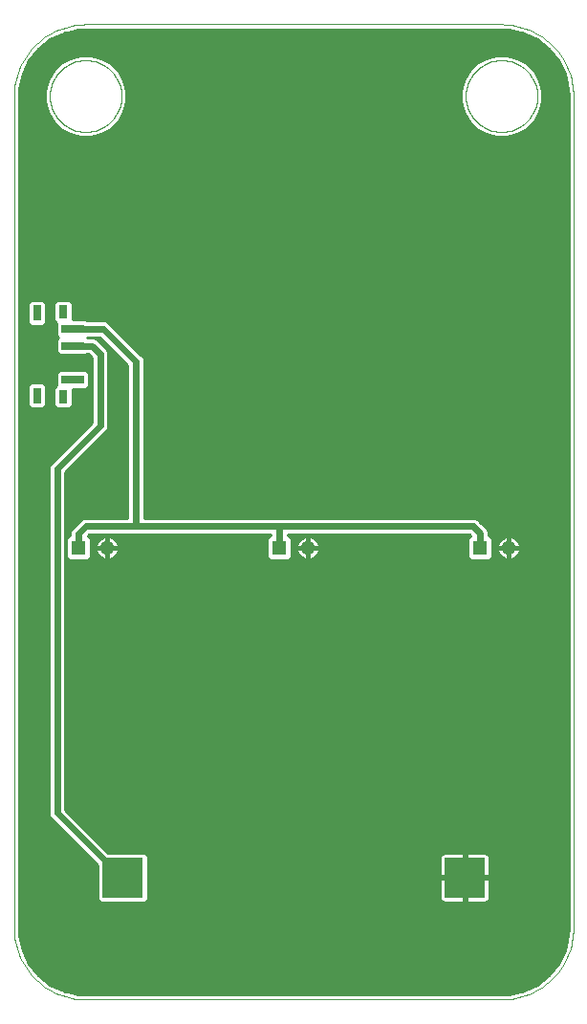
<source format=gbl>
G75*
G70*
%OFA0B0*%
%FSLAX24Y24*%
%IPPOS*%
%LPD*%
%AMOC8*
5,1,8,0,0,1.08239X$1,22.5*
%
%ADD10C,0.0000*%
%ADD11R,0.0787X0.0315*%
%ADD12R,0.0315X0.0472*%
%ADD13R,0.0315X0.0551*%
%ADD14R,0.1417X0.1417*%
%ADD15R,0.0515X0.0515*%
%ADD16C,0.0515*%
%ADD17C,0.0240*%
%ADD18C,0.0100*%
D10*
X000655Y003155D02*
X000655Y032155D01*
X001905Y032155D02*
X001907Y032225D01*
X001913Y032295D01*
X001923Y032364D01*
X001936Y032433D01*
X001954Y032501D01*
X001975Y032568D01*
X002000Y032633D01*
X002029Y032697D01*
X002061Y032760D01*
X002097Y032820D01*
X002136Y032878D01*
X002178Y032934D01*
X002223Y032988D01*
X002271Y033039D01*
X002322Y033087D01*
X002376Y033132D01*
X002432Y033174D01*
X002490Y033213D01*
X002550Y033249D01*
X002613Y033281D01*
X002677Y033310D01*
X002742Y033335D01*
X002809Y033356D01*
X002877Y033374D01*
X002946Y033387D01*
X003015Y033397D01*
X003085Y033403D01*
X003155Y033405D01*
X003225Y033403D01*
X003295Y033397D01*
X003364Y033387D01*
X003433Y033374D01*
X003501Y033356D01*
X003568Y033335D01*
X003633Y033310D01*
X003697Y033281D01*
X003760Y033249D01*
X003820Y033213D01*
X003878Y033174D01*
X003934Y033132D01*
X003988Y033087D01*
X004039Y033039D01*
X004087Y032988D01*
X004132Y032934D01*
X004174Y032878D01*
X004213Y032820D01*
X004249Y032760D01*
X004281Y032697D01*
X004310Y032633D01*
X004335Y032568D01*
X004356Y032501D01*
X004374Y032433D01*
X004387Y032364D01*
X004397Y032295D01*
X004403Y032225D01*
X004405Y032155D01*
X004403Y032085D01*
X004397Y032015D01*
X004387Y031946D01*
X004374Y031877D01*
X004356Y031809D01*
X004335Y031742D01*
X004310Y031677D01*
X004281Y031613D01*
X004249Y031550D01*
X004213Y031490D01*
X004174Y031432D01*
X004132Y031376D01*
X004087Y031322D01*
X004039Y031271D01*
X003988Y031223D01*
X003934Y031178D01*
X003878Y031136D01*
X003820Y031097D01*
X003760Y031061D01*
X003697Y031029D01*
X003633Y031000D01*
X003568Y030975D01*
X003501Y030954D01*
X003433Y030936D01*
X003364Y030923D01*
X003295Y030913D01*
X003225Y030907D01*
X003155Y030905D01*
X003085Y030907D01*
X003015Y030913D01*
X002946Y030923D01*
X002877Y030936D01*
X002809Y030954D01*
X002742Y030975D01*
X002677Y031000D01*
X002613Y031029D01*
X002550Y031061D01*
X002490Y031097D01*
X002432Y031136D01*
X002376Y031178D01*
X002322Y031223D01*
X002271Y031271D01*
X002223Y031322D01*
X002178Y031376D01*
X002136Y031432D01*
X002097Y031490D01*
X002061Y031550D01*
X002029Y031613D01*
X002000Y031677D01*
X001975Y031742D01*
X001954Y031809D01*
X001936Y031877D01*
X001923Y031946D01*
X001913Y032015D01*
X001907Y032085D01*
X001905Y032155D01*
X000655Y032155D02*
X000658Y032274D01*
X000666Y032393D01*
X000680Y032511D01*
X000700Y032628D01*
X000725Y032744D01*
X000756Y032859D01*
X000792Y032973D01*
X000834Y033084D01*
X000881Y033194D01*
X000933Y033301D01*
X000990Y033405D01*
X001052Y033507D01*
X001119Y033605D01*
X001190Y033700D01*
X001266Y033792D01*
X001346Y033880D01*
X001430Y033964D01*
X001518Y034044D01*
X001610Y034120D01*
X001705Y034191D01*
X001803Y034258D01*
X001905Y034320D01*
X002009Y034377D01*
X002116Y034429D01*
X002226Y034476D01*
X002337Y034518D01*
X002451Y034554D01*
X002566Y034585D01*
X002682Y034610D01*
X002799Y034630D01*
X002917Y034644D01*
X003036Y034652D01*
X003155Y034655D01*
X017655Y034655D01*
X016405Y032155D02*
X016407Y032225D01*
X016413Y032295D01*
X016423Y032364D01*
X016436Y032433D01*
X016454Y032501D01*
X016475Y032568D01*
X016500Y032633D01*
X016529Y032697D01*
X016561Y032760D01*
X016597Y032820D01*
X016636Y032878D01*
X016678Y032934D01*
X016723Y032988D01*
X016771Y033039D01*
X016822Y033087D01*
X016876Y033132D01*
X016932Y033174D01*
X016990Y033213D01*
X017050Y033249D01*
X017113Y033281D01*
X017177Y033310D01*
X017242Y033335D01*
X017309Y033356D01*
X017377Y033374D01*
X017446Y033387D01*
X017515Y033397D01*
X017585Y033403D01*
X017655Y033405D01*
X017725Y033403D01*
X017795Y033397D01*
X017864Y033387D01*
X017933Y033374D01*
X018001Y033356D01*
X018068Y033335D01*
X018133Y033310D01*
X018197Y033281D01*
X018260Y033249D01*
X018320Y033213D01*
X018378Y033174D01*
X018434Y033132D01*
X018488Y033087D01*
X018539Y033039D01*
X018587Y032988D01*
X018632Y032934D01*
X018674Y032878D01*
X018713Y032820D01*
X018749Y032760D01*
X018781Y032697D01*
X018810Y032633D01*
X018835Y032568D01*
X018856Y032501D01*
X018874Y032433D01*
X018887Y032364D01*
X018897Y032295D01*
X018903Y032225D01*
X018905Y032155D01*
X018903Y032085D01*
X018897Y032015D01*
X018887Y031946D01*
X018874Y031877D01*
X018856Y031809D01*
X018835Y031742D01*
X018810Y031677D01*
X018781Y031613D01*
X018749Y031550D01*
X018713Y031490D01*
X018674Y031432D01*
X018632Y031376D01*
X018587Y031322D01*
X018539Y031271D01*
X018488Y031223D01*
X018434Y031178D01*
X018378Y031136D01*
X018320Y031097D01*
X018260Y031061D01*
X018197Y031029D01*
X018133Y031000D01*
X018068Y030975D01*
X018001Y030954D01*
X017933Y030936D01*
X017864Y030923D01*
X017795Y030913D01*
X017725Y030907D01*
X017655Y030905D01*
X017585Y030907D01*
X017515Y030913D01*
X017446Y030923D01*
X017377Y030936D01*
X017309Y030954D01*
X017242Y030975D01*
X017177Y031000D01*
X017113Y031029D01*
X017050Y031061D01*
X016990Y031097D01*
X016932Y031136D01*
X016876Y031178D01*
X016822Y031223D01*
X016771Y031271D01*
X016723Y031322D01*
X016678Y031376D01*
X016636Y031432D01*
X016597Y031490D01*
X016561Y031550D01*
X016529Y031613D01*
X016500Y031677D01*
X016475Y031742D01*
X016454Y031809D01*
X016436Y031877D01*
X016423Y031946D01*
X016413Y032015D01*
X016407Y032085D01*
X016405Y032155D01*
X017655Y034655D02*
X017774Y034652D01*
X017893Y034644D01*
X018011Y034630D01*
X018128Y034610D01*
X018244Y034585D01*
X018359Y034554D01*
X018473Y034518D01*
X018584Y034476D01*
X018694Y034429D01*
X018801Y034377D01*
X018905Y034320D01*
X019007Y034258D01*
X019105Y034191D01*
X019200Y034120D01*
X019292Y034044D01*
X019380Y033964D01*
X019464Y033880D01*
X019544Y033792D01*
X019620Y033700D01*
X019691Y033605D01*
X019758Y033507D01*
X019820Y033405D01*
X019877Y033301D01*
X019929Y033194D01*
X019976Y033084D01*
X020018Y032973D01*
X020054Y032859D01*
X020085Y032744D01*
X020110Y032628D01*
X020130Y032511D01*
X020144Y032393D01*
X020152Y032274D01*
X020155Y032155D01*
X020155Y003155D01*
X020152Y003036D01*
X020144Y002917D01*
X020130Y002799D01*
X020110Y002682D01*
X020085Y002566D01*
X020054Y002451D01*
X020018Y002337D01*
X019976Y002226D01*
X019929Y002116D01*
X019877Y002009D01*
X019820Y001905D01*
X019758Y001803D01*
X019691Y001705D01*
X019620Y001610D01*
X019544Y001518D01*
X019464Y001430D01*
X019380Y001346D01*
X019292Y001266D01*
X019200Y001190D01*
X019105Y001119D01*
X019007Y001052D01*
X018905Y000990D01*
X018801Y000933D01*
X018694Y000881D01*
X018584Y000834D01*
X018473Y000792D01*
X018359Y000756D01*
X018244Y000725D01*
X018128Y000700D01*
X018011Y000680D01*
X017893Y000666D01*
X017774Y000658D01*
X017655Y000655D01*
X003155Y000655D01*
X003036Y000658D01*
X002917Y000666D01*
X002799Y000680D01*
X002682Y000700D01*
X002566Y000725D01*
X002451Y000756D01*
X002337Y000792D01*
X002226Y000834D01*
X002116Y000881D01*
X002009Y000933D01*
X001905Y000990D01*
X001803Y001052D01*
X001705Y001119D01*
X001610Y001190D01*
X001518Y001266D01*
X001430Y001346D01*
X001346Y001430D01*
X001266Y001518D01*
X001190Y001610D01*
X001119Y001705D01*
X001052Y001803D01*
X000990Y001905D01*
X000933Y002009D01*
X000881Y002116D01*
X000834Y002226D01*
X000792Y002337D01*
X000756Y002451D01*
X000725Y002566D01*
X000700Y002682D01*
X000680Y002799D01*
X000666Y002917D01*
X000658Y003036D01*
X000655Y003155D01*
D11*
X002693Y022269D03*
X002693Y023450D03*
X002693Y024041D03*
D12*
X002358Y024631D03*
X002358Y021679D03*
D13*
X001452Y021718D03*
X001452Y024592D03*
D14*
X004441Y004905D03*
X016370Y004905D03*
D15*
X016905Y016405D03*
X009905Y016405D03*
X002905Y016405D03*
D16*
X003905Y016405D03*
X010905Y016405D03*
X017905Y016405D03*
D17*
X016905Y016405D02*
X016905Y016905D01*
X016655Y017155D01*
X009905Y017155D01*
X009905Y016405D01*
X009905Y017155D02*
X004905Y017155D01*
X004905Y022905D01*
X003769Y024041D01*
X002693Y024041D01*
X002693Y023450D02*
X003360Y023450D01*
X003655Y023155D01*
X003655Y020655D01*
X002155Y019155D01*
X002155Y007155D01*
X004120Y005191D01*
X004155Y005191D01*
X004441Y004905D01*
X002905Y016405D02*
X002905Y016905D01*
X003155Y017155D01*
X004905Y017155D01*
D18*
X001182Y001915D02*
X001508Y001508D01*
X001915Y001182D01*
X002386Y000956D01*
X002894Y000840D01*
X003155Y000825D01*
X017585Y000825D01*
X017596Y000825D01*
X017655Y000825D01*
X017916Y000840D01*
X018425Y000956D01*
X018895Y001182D01*
X019303Y001507D01*
X019628Y001915D01*
X019854Y002386D01*
X019970Y002894D01*
X019985Y003155D01*
X019985Y032155D01*
X019970Y032416D01*
X019854Y032925D01*
X019628Y033395D01*
X019303Y033803D01*
X018895Y034128D01*
X018425Y034354D01*
X017916Y034470D01*
X017655Y034485D01*
X003226Y034485D01*
X003192Y034485D01*
X003155Y034485D01*
X002894Y034470D01*
X002386Y034354D01*
X001915Y034128D01*
X001508Y033803D01*
X001182Y033395D01*
X000956Y032925D01*
X000840Y032416D01*
X000825Y032155D01*
X000825Y003226D01*
X000825Y003209D01*
X000825Y003155D01*
X000840Y002894D01*
X000956Y002386D01*
X001182Y001915D01*
X001172Y001936D02*
X019638Y001936D01*
X019685Y002035D02*
X001125Y002035D01*
X001077Y002133D02*
X019733Y002133D01*
X019780Y002232D02*
X001030Y002232D01*
X000982Y002330D02*
X019828Y002330D01*
X019864Y002429D02*
X000946Y002429D01*
X000923Y002527D02*
X019887Y002527D01*
X019909Y002626D02*
X000901Y002626D01*
X000878Y002725D02*
X019932Y002725D01*
X019954Y002823D02*
X000856Y002823D01*
X000838Y002922D02*
X019972Y002922D01*
X019978Y003020D02*
X000833Y003020D01*
X000827Y003119D02*
X019983Y003119D01*
X019985Y003217D02*
X000825Y003217D01*
X000825Y003316D02*
X019985Y003316D01*
X019985Y003414D02*
X000825Y003414D01*
X000825Y003513D02*
X019985Y003513D01*
X019985Y003611D02*
X000825Y003611D01*
X000825Y003710D02*
X019985Y003710D01*
X019985Y003809D02*
X000825Y003809D01*
X000825Y003907D02*
X019985Y003907D01*
X019985Y004006D02*
X000825Y004006D01*
X000825Y004104D02*
X003584Y004104D01*
X003562Y004126D02*
X003661Y004026D01*
X005220Y004026D01*
X005319Y004126D01*
X005319Y005684D01*
X005220Y005784D01*
X003937Y005784D01*
X002445Y007275D01*
X002445Y019035D01*
X003901Y020491D01*
X003945Y020597D01*
X003945Y020713D01*
X003945Y023213D01*
X003901Y023319D01*
X003819Y023401D01*
X003524Y023696D01*
X003418Y023740D01*
X003302Y023740D01*
X003194Y023740D01*
X003189Y023746D01*
X003194Y023751D01*
X003649Y023751D01*
X004615Y022785D01*
X004615Y017445D01*
X003097Y017445D01*
X002991Y017401D01*
X002909Y017319D01*
X002659Y017069D01*
X002615Y016963D01*
X002615Y016847D01*
X002615Y016833D01*
X002577Y016833D01*
X002478Y016733D01*
X002478Y016077D01*
X002577Y015978D01*
X003233Y015978D01*
X003333Y016077D01*
X003333Y016733D01*
X003238Y016828D01*
X003275Y016865D01*
X004847Y016865D01*
X004963Y016865D01*
X009615Y016865D01*
X009615Y016833D01*
X009577Y016833D01*
X009478Y016733D01*
X009478Y016077D01*
X009577Y015978D01*
X010233Y015978D01*
X010333Y016077D01*
X010333Y016733D01*
X010233Y016833D01*
X010195Y016833D01*
X010195Y016865D01*
X016535Y016865D01*
X016572Y016828D01*
X016478Y016733D01*
X016478Y016077D01*
X016577Y015978D01*
X017233Y015978D01*
X017333Y016077D01*
X017333Y016733D01*
X017233Y016833D01*
X017195Y016833D01*
X017195Y016847D01*
X017195Y016963D01*
X017151Y017069D01*
X016901Y017319D01*
X016819Y017401D01*
X016713Y017445D01*
X009963Y017445D01*
X009847Y017445D01*
X005195Y017445D01*
X005195Y022963D01*
X005151Y023069D01*
X005069Y023151D01*
X003934Y024287D01*
X003827Y024331D01*
X003712Y024331D01*
X003194Y024331D01*
X003157Y024368D01*
X002685Y024368D01*
X002685Y024938D01*
X002586Y025038D01*
X002130Y025038D01*
X002030Y024938D01*
X002030Y024325D01*
X002129Y024226D01*
X002129Y023813D01*
X000825Y023813D01*
X000825Y023911D02*
X002129Y023911D01*
X002129Y023813D02*
X002196Y023746D01*
X002129Y023678D01*
X002129Y023222D01*
X002228Y023123D01*
X000825Y023123D01*
X000825Y023222D02*
X002130Y023222D01*
X002129Y023320D02*
X000825Y023320D01*
X000825Y023419D02*
X002129Y023419D01*
X002129Y023517D02*
X000825Y023517D01*
X000825Y023616D02*
X002129Y023616D01*
X002165Y023714D02*
X000825Y023714D01*
X000825Y024010D02*
X002129Y024010D01*
X002129Y024108D02*
X000825Y024108D01*
X000825Y024207D02*
X001164Y024207D01*
X001125Y024246D02*
X001224Y024147D01*
X001680Y024147D01*
X001780Y024246D01*
X001780Y024938D01*
X001680Y025038D01*
X001224Y025038D01*
X001125Y024938D01*
X001125Y024246D01*
X001125Y024306D02*
X000825Y024306D01*
X000825Y024404D02*
X001125Y024404D01*
X001125Y024503D02*
X000825Y024503D01*
X000825Y024601D02*
X001125Y024601D01*
X001125Y024700D02*
X000825Y024700D01*
X000825Y024798D02*
X001125Y024798D01*
X001125Y024897D02*
X000825Y024897D01*
X000825Y024995D02*
X001182Y024995D01*
X000825Y025094D02*
X019985Y025094D01*
X019985Y025192D02*
X000825Y025192D01*
X000825Y025291D02*
X019985Y025291D01*
X019985Y025389D02*
X000825Y025389D01*
X000825Y025488D02*
X019985Y025488D01*
X019985Y025587D02*
X000825Y025587D01*
X000825Y025685D02*
X019985Y025685D01*
X019985Y025784D02*
X000825Y025784D01*
X000825Y025882D02*
X019985Y025882D01*
X019985Y025981D02*
X000825Y025981D01*
X000825Y026079D02*
X019985Y026079D01*
X019985Y026178D02*
X000825Y026178D01*
X000825Y026276D02*
X019985Y026276D01*
X019985Y026375D02*
X000825Y026375D01*
X000825Y026473D02*
X019985Y026473D01*
X019985Y026572D02*
X000825Y026572D01*
X000825Y026671D02*
X019985Y026671D01*
X019985Y026769D02*
X000825Y026769D01*
X000825Y026868D02*
X019985Y026868D01*
X019985Y026966D02*
X000825Y026966D01*
X000825Y027065D02*
X019985Y027065D01*
X019985Y027163D02*
X000825Y027163D01*
X000825Y027262D02*
X019985Y027262D01*
X019985Y027360D02*
X000825Y027360D01*
X000825Y027459D02*
X019985Y027459D01*
X019985Y027557D02*
X000825Y027557D01*
X000825Y027656D02*
X019985Y027656D01*
X019985Y027755D02*
X000825Y027755D01*
X000825Y027853D02*
X019985Y027853D01*
X019985Y027952D02*
X000825Y027952D01*
X000825Y028050D02*
X019985Y028050D01*
X019985Y028149D02*
X000825Y028149D01*
X000825Y028247D02*
X019985Y028247D01*
X019985Y028346D02*
X000825Y028346D01*
X000825Y028444D02*
X019985Y028444D01*
X019985Y028543D02*
X000825Y028543D01*
X000825Y028641D02*
X019985Y028641D01*
X019985Y028740D02*
X000825Y028740D01*
X000825Y028839D02*
X019985Y028839D01*
X019985Y028937D02*
X000825Y028937D01*
X000825Y029036D02*
X019985Y029036D01*
X019985Y029134D02*
X000825Y029134D01*
X000825Y029233D02*
X019985Y029233D01*
X019985Y029331D02*
X000825Y029331D01*
X000825Y029430D02*
X019985Y029430D01*
X019985Y029528D02*
X000825Y029528D01*
X000825Y029627D02*
X019985Y029627D01*
X019985Y029725D02*
X000825Y029725D01*
X000825Y029824D02*
X019985Y029824D01*
X019985Y029922D02*
X000825Y029922D01*
X000825Y030021D02*
X019985Y030021D01*
X019985Y030120D02*
X000825Y030120D01*
X000825Y030218D02*
X019985Y030218D01*
X019985Y030317D02*
X000825Y030317D01*
X000825Y030415D02*
X019985Y030415D01*
X019985Y030514D02*
X000825Y030514D01*
X000825Y030612D02*
X019985Y030612D01*
X019985Y030711D02*
X000825Y030711D01*
X000825Y030809D02*
X002691Y030809D01*
X002607Y030832D02*
X002968Y030735D01*
X003342Y030735D01*
X003703Y030832D01*
X004027Y031019D01*
X004291Y031283D01*
X004478Y031607D01*
X004575Y031968D01*
X004575Y032342D01*
X004478Y032703D01*
X004291Y033027D01*
X004027Y033291D01*
X003703Y033478D01*
X003342Y033575D01*
X002968Y033575D01*
X002607Y033478D01*
X002283Y033291D01*
X002019Y033027D01*
X001832Y032703D01*
X001735Y032342D01*
X001735Y031968D01*
X001832Y031607D01*
X002019Y031283D01*
X002283Y031019D01*
X002607Y030832D01*
X002475Y030908D02*
X000825Y030908D01*
X000825Y031006D02*
X002305Y031006D01*
X002197Y031105D02*
X000825Y031105D01*
X000825Y031204D02*
X002098Y031204D01*
X002008Y031302D02*
X000825Y031302D01*
X000825Y031401D02*
X001951Y031401D01*
X001894Y031499D02*
X000825Y031499D01*
X000825Y031598D02*
X001837Y031598D01*
X001808Y031696D02*
X000825Y031696D01*
X000825Y031795D02*
X001782Y031795D01*
X001755Y031893D02*
X000825Y031893D01*
X000825Y031992D02*
X001735Y031992D01*
X001735Y032090D02*
X000825Y032090D01*
X000827Y032189D02*
X001735Y032189D01*
X001735Y032288D02*
X000832Y032288D01*
X000838Y032386D02*
X001747Y032386D01*
X001773Y032485D02*
X000855Y032485D01*
X000878Y032583D02*
X001800Y032583D01*
X001826Y032682D02*
X000900Y032682D01*
X000923Y032780D02*
X001876Y032780D01*
X001933Y032879D02*
X000945Y032879D01*
X000981Y032977D02*
X001990Y032977D01*
X002068Y033076D02*
X001029Y033076D01*
X001076Y033174D02*
X002166Y033174D01*
X002265Y033273D02*
X001124Y033273D01*
X001171Y033371D02*
X002422Y033371D01*
X002593Y033470D02*
X001242Y033470D01*
X001321Y033569D02*
X002944Y033569D01*
X003366Y033569D02*
X017444Y033569D01*
X017468Y033575D02*
X017107Y033478D01*
X016783Y033291D01*
X016519Y033027D01*
X016332Y032703D01*
X016235Y032342D01*
X016235Y031968D01*
X016332Y031607D01*
X016519Y031283D01*
X016783Y031019D01*
X017107Y030832D01*
X017468Y030735D01*
X017842Y030735D01*
X018203Y030832D01*
X018527Y031019D01*
X018791Y031283D01*
X018978Y031607D01*
X019075Y031968D01*
X019075Y032342D01*
X018978Y032703D01*
X018791Y033027D01*
X018527Y033291D01*
X018203Y033478D01*
X017842Y033575D01*
X017468Y033575D01*
X017093Y033470D02*
X003718Y033470D01*
X003888Y033371D02*
X016922Y033371D01*
X016765Y033273D02*
X004045Y033273D01*
X004144Y033174D02*
X016666Y033174D01*
X016568Y033076D02*
X004243Y033076D01*
X004320Y032977D02*
X016490Y032977D01*
X016433Y032879D02*
X004377Y032879D01*
X004434Y032780D02*
X016376Y032780D01*
X016326Y032682D02*
X004484Y032682D01*
X004511Y032583D02*
X016300Y032583D01*
X016273Y032485D02*
X004537Y032485D01*
X004563Y032386D02*
X016247Y032386D01*
X016235Y032288D02*
X004575Y032288D01*
X004575Y032189D02*
X016235Y032189D01*
X016235Y032090D02*
X004575Y032090D01*
X004575Y031992D02*
X016235Y031992D01*
X016255Y031893D02*
X004555Y031893D01*
X004529Y031795D02*
X016282Y031795D01*
X016308Y031696D02*
X004502Y031696D01*
X004473Y031598D02*
X016337Y031598D01*
X016394Y031499D02*
X004416Y031499D01*
X004359Y031401D02*
X016451Y031401D01*
X016508Y031302D02*
X004302Y031302D01*
X004212Y031204D02*
X016598Y031204D01*
X016697Y031105D02*
X004113Y031105D01*
X004006Y031006D02*
X016805Y031006D01*
X016975Y030908D02*
X003835Y030908D01*
X003619Y030809D02*
X017191Y030809D01*
X018119Y030809D02*
X019985Y030809D01*
X019985Y030908D02*
X018335Y030908D01*
X018506Y031006D02*
X019985Y031006D01*
X019985Y031105D02*
X018613Y031105D01*
X018712Y031204D02*
X019985Y031204D01*
X019985Y031302D02*
X018802Y031302D01*
X018859Y031401D02*
X019985Y031401D01*
X019985Y031499D02*
X018916Y031499D01*
X018973Y031598D02*
X019985Y031598D01*
X019985Y031696D02*
X019002Y031696D01*
X019029Y031795D02*
X019985Y031795D01*
X019985Y031893D02*
X019055Y031893D01*
X019075Y031992D02*
X019985Y031992D01*
X019985Y032090D02*
X019075Y032090D01*
X019075Y032189D02*
X019983Y032189D01*
X019978Y032288D02*
X019075Y032288D01*
X019063Y032386D02*
X019972Y032386D01*
X019955Y032485D02*
X019037Y032485D01*
X019011Y032583D02*
X019932Y032583D01*
X019910Y032682D02*
X018984Y032682D01*
X018934Y032780D02*
X019887Y032780D01*
X019865Y032879D02*
X018877Y032879D01*
X018820Y032977D02*
X019829Y032977D01*
X019782Y033076D02*
X018743Y033076D01*
X018644Y033174D02*
X019734Y033174D01*
X019687Y033273D02*
X018545Y033273D01*
X018388Y033371D02*
X019639Y033371D01*
X019568Y033470D02*
X018218Y033470D01*
X017866Y033569D02*
X019489Y033569D01*
X019411Y033667D02*
X001399Y033667D01*
X001478Y033766D02*
X019332Y033766D01*
X019226Y033864D02*
X001585Y033864D01*
X001708Y033963D02*
X019102Y033963D01*
X018978Y034061D02*
X001832Y034061D01*
X001982Y034160D02*
X018829Y034160D01*
X018624Y034258D02*
X002186Y034258D01*
X002397Y034357D02*
X018413Y034357D01*
X017982Y034455D02*
X002829Y034455D01*
X002628Y024995D02*
X019985Y024995D01*
X019985Y024897D02*
X002685Y024897D01*
X002685Y024798D02*
X019985Y024798D01*
X019985Y024700D02*
X002685Y024700D01*
X002685Y024601D02*
X019985Y024601D01*
X019985Y024503D02*
X002685Y024503D01*
X002685Y024404D02*
X019985Y024404D01*
X019985Y024306D02*
X003888Y024306D01*
X004013Y024207D02*
X019985Y024207D01*
X019985Y024108D02*
X004112Y024108D01*
X004210Y024010D02*
X019985Y024010D01*
X019985Y023911D02*
X004309Y023911D01*
X004408Y023813D02*
X019985Y023813D01*
X019985Y023714D02*
X004506Y023714D01*
X004605Y023616D02*
X019985Y023616D01*
X019985Y023517D02*
X004703Y023517D01*
X004802Y023419D02*
X019985Y023419D01*
X019985Y023320D02*
X004900Y023320D01*
X004999Y023222D02*
X019985Y023222D01*
X019985Y023123D02*
X005097Y023123D01*
X005170Y023024D02*
X019985Y023024D01*
X019985Y022926D02*
X005195Y022926D01*
X005195Y022827D02*
X019985Y022827D01*
X019985Y022729D02*
X005195Y022729D01*
X005195Y022630D02*
X019985Y022630D01*
X019985Y022532D02*
X005195Y022532D01*
X005195Y022433D02*
X019985Y022433D01*
X019985Y022335D02*
X005195Y022335D01*
X005195Y022236D02*
X019985Y022236D01*
X019985Y022138D02*
X005195Y022138D01*
X005195Y022039D02*
X019985Y022039D01*
X019985Y021940D02*
X005195Y021940D01*
X005195Y021842D02*
X019985Y021842D01*
X019985Y021743D02*
X005195Y021743D01*
X005195Y021645D02*
X019985Y021645D01*
X019985Y021546D02*
X005195Y021546D01*
X005195Y021448D02*
X019985Y021448D01*
X019985Y021349D02*
X005195Y021349D01*
X005195Y021251D02*
X019985Y021251D01*
X019985Y021152D02*
X005195Y021152D01*
X005195Y021054D02*
X019985Y021054D01*
X019985Y020955D02*
X005195Y020955D01*
X005195Y020856D02*
X019985Y020856D01*
X019985Y020758D02*
X005195Y020758D01*
X005195Y020659D02*
X019985Y020659D01*
X019985Y020561D02*
X005195Y020561D01*
X005195Y020462D02*
X019985Y020462D01*
X019985Y020364D02*
X005195Y020364D01*
X005195Y020265D02*
X019985Y020265D01*
X019985Y020167D02*
X005195Y020167D01*
X005195Y020068D02*
X019985Y020068D01*
X019985Y019970D02*
X005195Y019970D01*
X005195Y019871D02*
X019985Y019871D01*
X019985Y019773D02*
X005195Y019773D01*
X005195Y019674D02*
X019985Y019674D01*
X019985Y019575D02*
X005195Y019575D01*
X005195Y019477D02*
X019985Y019477D01*
X019985Y019378D02*
X005195Y019378D01*
X005195Y019280D02*
X019985Y019280D01*
X019985Y019181D02*
X005195Y019181D01*
X005195Y019083D02*
X019985Y019083D01*
X019985Y018984D02*
X005195Y018984D01*
X005195Y018886D02*
X019985Y018886D01*
X019985Y018787D02*
X005195Y018787D01*
X005195Y018689D02*
X019985Y018689D01*
X019985Y018590D02*
X005195Y018590D01*
X005195Y018491D02*
X019985Y018491D01*
X019985Y018393D02*
X005195Y018393D01*
X005195Y018294D02*
X019985Y018294D01*
X019985Y018196D02*
X005195Y018196D01*
X005195Y018097D02*
X019985Y018097D01*
X019985Y017999D02*
X005195Y017999D01*
X005195Y017900D02*
X019985Y017900D01*
X019985Y017802D02*
X005195Y017802D01*
X005195Y017703D02*
X019985Y017703D01*
X019985Y017605D02*
X005195Y017605D01*
X005195Y017506D02*
X019985Y017506D01*
X019985Y017407D02*
X016804Y017407D01*
X016911Y017309D02*
X019985Y017309D01*
X019985Y017210D02*
X017010Y017210D01*
X017108Y017112D02*
X019985Y017112D01*
X019985Y017013D02*
X017174Y017013D01*
X017195Y016915D02*
X019985Y016915D01*
X019985Y016816D02*
X017249Y016816D01*
X017333Y016718D02*
X017642Y016718D01*
X017640Y016716D02*
X017594Y016671D01*
X017557Y016619D01*
X017333Y016619D01*
X017333Y016521D02*
X017514Y016521D01*
X017508Y016501D02*
X017498Y016437D01*
X017498Y016434D01*
X017876Y016434D01*
X017876Y016376D01*
X017934Y016376D01*
X017934Y015998D01*
X017937Y015998D01*
X018001Y016008D01*
X018062Y016027D01*
X018119Y016057D01*
X018171Y016094D01*
X018216Y016140D01*
X018254Y016192D01*
X018283Y016249D01*
X018303Y016310D01*
X018313Y016373D01*
X018313Y016376D01*
X017934Y016376D01*
X017934Y016434D01*
X018313Y016434D01*
X018313Y016437D01*
X018303Y016501D01*
X018283Y016562D01*
X018254Y016619D01*
X018216Y016671D01*
X018171Y016716D01*
X018119Y016754D01*
X018062Y016783D01*
X018001Y016803D01*
X017937Y016813D01*
X017934Y016813D01*
X017934Y016434D01*
X017876Y016434D01*
X017876Y016813D01*
X017873Y016813D01*
X017810Y016803D01*
X017749Y016783D01*
X017692Y016754D01*
X017640Y016716D01*
X017557Y016619D02*
X017527Y016562D01*
X017508Y016501D01*
X017498Y016376D02*
X017498Y016373D01*
X017508Y016310D01*
X017527Y016249D01*
X017557Y016192D01*
X017594Y016140D01*
X017640Y016094D01*
X017692Y016057D01*
X017749Y016027D01*
X017810Y016008D01*
X017873Y015998D01*
X017876Y015998D01*
X017876Y016376D01*
X017498Y016376D01*
X017505Y016324D02*
X017333Y016324D01*
X017333Y016422D02*
X017876Y016422D01*
X017934Y016422D02*
X019985Y016422D01*
X019985Y016324D02*
X018305Y016324D01*
X018271Y016225D02*
X019985Y016225D01*
X019985Y016126D02*
X018203Y016126D01*
X018062Y016028D02*
X019985Y016028D01*
X019985Y015929D02*
X002445Y015929D01*
X002445Y015831D02*
X019985Y015831D01*
X019985Y015732D02*
X002445Y015732D01*
X002445Y015634D02*
X019985Y015634D01*
X019985Y015535D02*
X002445Y015535D01*
X002445Y015437D02*
X019985Y015437D01*
X019985Y015338D02*
X002445Y015338D01*
X002445Y015240D02*
X019985Y015240D01*
X019985Y015141D02*
X002445Y015141D01*
X002445Y015042D02*
X019985Y015042D01*
X019985Y014944D02*
X002445Y014944D01*
X002445Y014845D02*
X019985Y014845D01*
X019985Y014747D02*
X002445Y014747D01*
X002445Y014648D02*
X019985Y014648D01*
X019985Y014550D02*
X002445Y014550D01*
X002445Y014451D02*
X019985Y014451D01*
X019985Y014353D02*
X002445Y014353D01*
X002445Y014254D02*
X019985Y014254D01*
X019985Y014156D02*
X002445Y014156D01*
X002445Y014057D02*
X019985Y014057D01*
X019985Y013958D02*
X002445Y013958D01*
X002445Y013860D02*
X019985Y013860D01*
X019985Y013761D02*
X002445Y013761D01*
X002445Y013663D02*
X019985Y013663D01*
X019985Y013564D02*
X002445Y013564D01*
X002445Y013466D02*
X019985Y013466D01*
X019985Y013367D02*
X002445Y013367D01*
X002445Y013269D02*
X019985Y013269D01*
X019985Y013170D02*
X002445Y013170D01*
X002445Y013072D02*
X019985Y013072D01*
X019985Y012973D02*
X002445Y012973D01*
X002445Y012874D02*
X019985Y012874D01*
X019985Y012776D02*
X002445Y012776D01*
X002445Y012677D02*
X019985Y012677D01*
X019985Y012579D02*
X002445Y012579D01*
X002445Y012480D02*
X019985Y012480D01*
X019985Y012382D02*
X002445Y012382D01*
X002445Y012283D02*
X019985Y012283D01*
X019985Y012185D02*
X002445Y012185D01*
X002445Y012086D02*
X019985Y012086D01*
X019985Y011988D02*
X002445Y011988D01*
X002445Y011889D02*
X019985Y011889D01*
X019985Y011791D02*
X002445Y011791D01*
X002445Y011692D02*
X019985Y011692D01*
X019985Y011593D02*
X002445Y011593D01*
X002445Y011495D02*
X019985Y011495D01*
X019985Y011396D02*
X002445Y011396D01*
X002445Y011298D02*
X019985Y011298D01*
X019985Y011199D02*
X002445Y011199D01*
X002445Y011101D02*
X019985Y011101D01*
X019985Y011002D02*
X002445Y011002D01*
X002445Y010904D02*
X019985Y010904D01*
X019985Y010805D02*
X002445Y010805D01*
X002445Y010707D02*
X019985Y010707D01*
X019985Y010608D02*
X002445Y010608D01*
X002445Y010509D02*
X019985Y010509D01*
X019985Y010411D02*
X002445Y010411D01*
X002445Y010312D02*
X019985Y010312D01*
X019985Y010214D02*
X002445Y010214D01*
X002445Y010115D02*
X019985Y010115D01*
X019985Y010017D02*
X002445Y010017D01*
X002445Y009918D02*
X019985Y009918D01*
X019985Y009820D02*
X002445Y009820D01*
X002445Y009721D02*
X019985Y009721D01*
X019985Y009623D02*
X002445Y009623D01*
X002445Y009524D02*
X019985Y009524D01*
X019985Y009425D02*
X002445Y009425D01*
X002445Y009327D02*
X019985Y009327D01*
X019985Y009228D02*
X002445Y009228D01*
X002445Y009130D02*
X019985Y009130D01*
X019985Y009031D02*
X002445Y009031D01*
X002445Y008933D02*
X019985Y008933D01*
X019985Y008834D02*
X002445Y008834D01*
X002445Y008736D02*
X019985Y008736D01*
X019985Y008637D02*
X002445Y008637D01*
X002445Y008539D02*
X019985Y008539D01*
X019985Y008440D02*
X002445Y008440D01*
X002445Y008341D02*
X019985Y008341D01*
X019985Y008243D02*
X002445Y008243D01*
X002445Y008144D02*
X019985Y008144D01*
X019985Y008046D02*
X002445Y008046D01*
X002445Y007947D02*
X019985Y007947D01*
X019985Y007849D02*
X002445Y007849D01*
X002445Y007750D02*
X019985Y007750D01*
X019985Y007652D02*
X002445Y007652D01*
X002445Y007553D02*
X019985Y007553D01*
X019985Y007455D02*
X002445Y007455D01*
X002445Y007356D02*
X019985Y007356D01*
X019985Y007258D02*
X002463Y007258D01*
X002561Y007159D02*
X019985Y007159D01*
X019985Y007060D02*
X002660Y007060D01*
X002758Y006962D02*
X019985Y006962D01*
X019985Y006863D02*
X002857Y006863D01*
X002956Y006765D02*
X019985Y006765D01*
X019985Y006666D02*
X003054Y006666D01*
X003153Y006568D02*
X019985Y006568D01*
X019985Y006469D02*
X003251Y006469D01*
X003350Y006371D02*
X019985Y006371D01*
X019985Y006272D02*
X003448Y006272D01*
X003547Y006174D02*
X019985Y006174D01*
X019985Y006075D02*
X003645Y006075D01*
X003744Y005976D02*
X019985Y005976D01*
X019985Y005878D02*
X003842Y005878D01*
X003416Y005484D02*
X000825Y005484D01*
X000825Y005582D02*
X003318Y005582D01*
X003219Y005681D02*
X000825Y005681D01*
X000825Y005779D02*
X003121Y005779D01*
X003022Y005878D02*
X000825Y005878D01*
X000825Y005976D02*
X002924Y005976D01*
X002825Y006075D02*
X000825Y006075D01*
X000825Y006174D02*
X002727Y006174D01*
X002628Y006272D02*
X000825Y006272D01*
X000825Y006371D02*
X002529Y006371D01*
X002431Y006469D02*
X000825Y006469D01*
X000825Y006568D02*
X002332Y006568D01*
X002234Y006666D02*
X000825Y006666D01*
X000825Y006765D02*
X002135Y006765D01*
X002037Y006863D02*
X000825Y006863D01*
X000825Y006962D02*
X001938Y006962D01*
X001909Y006991D02*
X001991Y006909D01*
X003562Y005338D01*
X003562Y004126D01*
X003562Y004203D02*
X000825Y004203D01*
X000825Y004301D02*
X003562Y004301D01*
X003562Y004400D02*
X000825Y004400D01*
X000825Y004498D02*
X003562Y004498D01*
X003562Y004597D02*
X000825Y004597D01*
X000825Y004695D02*
X003562Y004695D01*
X003562Y004794D02*
X000825Y004794D01*
X000825Y004892D02*
X003562Y004892D01*
X003562Y004991D02*
X000825Y004991D01*
X000825Y005090D02*
X003562Y005090D01*
X003562Y005188D02*
X000825Y005188D01*
X000825Y005287D02*
X003562Y005287D01*
X003515Y005385D02*
X000825Y005385D01*
X000825Y007060D02*
X001880Y007060D01*
X001865Y007097D02*
X001909Y006991D01*
X001865Y007097D02*
X001865Y019213D01*
X001909Y019319D01*
X001991Y019401D01*
X001991Y019401D01*
X003365Y020775D01*
X003365Y023035D01*
X003240Y023160D01*
X003194Y023160D01*
X003157Y023123D01*
X003277Y023123D01*
X003157Y023123D02*
X002228Y023123D01*
X002228Y022597D02*
X002129Y022497D01*
X002129Y022084D01*
X002030Y021985D01*
X002030Y021372D01*
X002130Y021273D01*
X002586Y021273D01*
X002685Y021372D01*
X002685Y021942D01*
X003157Y021942D01*
X003256Y022041D01*
X003256Y022497D01*
X003157Y022597D01*
X002228Y022597D01*
X002163Y022532D02*
X000825Y022532D01*
X000825Y022630D02*
X003365Y022630D01*
X003365Y022532D02*
X003222Y022532D01*
X003256Y022433D02*
X003365Y022433D01*
X003365Y022335D02*
X003256Y022335D01*
X003256Y022236D02*
X003365Y022236D01*
X003365Y022138D02*
X003256Y022138D01*
X003254Y022039D02*
X003365Y022039D01*
X003365Y021940D02*
X002685Y021940D01*
X002685Y021842D02*
X003365Y021842D01*
X003365Y021743D02*
X002685Y021743D01*
X002685Y021645D02*
X003365Y021645D01*
X003365Y021546D02*
X002685Y021546D01*
X002685Y021448D02*
X003365Y021448D01*
X003365Y021349D02*
X002662Y021349D01*
X003151Y020561D02*
X000825Y020561D01*
X000825Y020659D02*
X003249Y020659D01*
X003348Y020758D02*
X000825Y020758D01*
X000825Y020856D02*
X003365Y020856D01*
X003365Y020955D02*
X000825Y020955D01*
X000825Y021054D02*
X003365Y021054D01*
X003365Y021152D02*
X000825Y021152D01*
X000825Y021251D02*
X003365Y021251D01*
X003945Y021251D02*
X004615Y021251D01*
X004615Y021349D02*
X003945Y021349D01*
X003945Y021448D02*
X004615Y021448D01*
X004615Y021546D02*
X003945Y021546D01*
X003945Y021645D02*
X004615Y021645D01*
X004615Y021743D02*
X003945Y021743D01*
X003945Y021842D02*
X004615Y021842D01*
X004615Y021940D02*
X003945Y021940D01*
X003945Y022039D02*
X004615Y022039D01*
X004615Y022138D02*
X003945Y022138D01*
X003945Y022236D02*
X004615Y022236D01*
X004615Y022335D02*
X003945Y022335D01*
X003945Y022433D02*
X004615Y022433D01*
X004615Y022532D02*
X003945Y022532D01*
X003945Y022630D02*
X004615Y022630D01*
X004615Y022729D02*
X003945Y022729D01*
X003945Y022827D02*
X004573Y022827D01*
X004474Y022926D02*
X003945Y022926D01*
X003945Y023024D02*
X004376Y023024D01*
X004277Y023123D02*
X003945Y023123D01*
X003941Y023222D02*
X004179Y023222D01*
X004080Y023320D02*
X003900Y023320D01*
X003981Y023419D02*
X003802Y023419D01*
X003883Y023517D02*
X003703Y023517D01*
X003784Y023616D02*
X003605Y023616D01*
X003686Y023714D02*
X003481Y023714D01*
X003365Y023024D02*
X000825Y023024D01*
X000825Y022926D02*
X003365Y022926D01*
X003365Y022827D02*
X000825Y022827D01*
X000825Y022729D02*
X003365Y022729D01*
X002129Y022433D02*
X000825Y022433D01*
X000825Y022335D02*
X002129Y022335D01*
X002129Y022236D02*
X000825Y022236D01*
X000825Y022138D02*
X001198Y022138D01*
X001224Y022164D02*
X001125Y022064D01*
X001125Y021372D01*
X001224Y021273D01*
X001680Y021273D01*
X001780Y021372D01*
X001780Y022064D01*
X001680Y022164D01*
X001224Y022164D01*
X001125Y022039D02*
X000825Y022039D01*
X000825Y021940D02*
X001125Y021940D01*
X001125Y021842D02*
X000825Y021842D01*
X000825Y021743D02*
X001125Y021743D01*
X001125Y021645D02*
X000825Y021645D01*
X000825Y021546D02*
X001125Y021546D01*
X001125Y021448D02*
X000825Y021448D01*
X000825Y021349D02*
X001148Y021349D01*
X001757Y021349D02*
X002053Y021349D01*
X002030Y021448D02*
X001780Y021448D01*
X001780Y021546D02*
X002030Y021546D01*
X002030Y021645D02*
X001780Y021645D01*
X001780Y021743D02*
X002030Y021743D01*
X002030Y021842D02*
X001780Y021842D01*
X001780Y021940D02*
X002030Y021940D01*
X002084Y022039D02*
X001780Y022039D01*
X001706Y022138D02*
X002129Y022138D01*
X003052Y020462D02*
X000825Y020462D01*
X000825Y020364D02*
X002954Y020364D01*
X002855Y020265D02*
X000825Y020265D01*
X000825Y020167D02*
X002757Y020167D01*
X002658Y020068D02*
X000825Y020068D01*
X000825Y019970D02*
X002560Y019970D01*
X002461Y019871D02*
X000825Y019871D01*
X000825Y019773D02*
X002362Y019773D01*
X002264Y019674D02*
X000825Y019674D01*
X000825Y019575D02*
X002165Y019575D01*
X002067Y019477D02*
X000825Y019477D01*
X000825Y019378D02*
X001968Y019378D01*
X001893Y019280D02*
X000825Y019280D01*
X000825Y019181D02*
X001865Y019181D01*
X001865Y019083D02*
X000825Y019083D01*
X000825Y018984D02*
X001865Y018984D01*
X001865Y018886D02*
X000825Y018886D01*
X000825Y018787D02*
X001865Y018787D01*
X001865Y018689D02*
X000825Y018689D01*
X000825Y018590D02*
X001865Y018590D01*
X001865Y018491D02*
X000825Y018491D01*
X000825Y018393D02*
X001865Y018393D01*
X001865Y018294D02*
X000825Y018294D01*
X000825Y018196D02*
X001865Y018196D01*
X001865Y018097D02*
X000825Y018097D01*
X000825Y017999D02*
X001865Y017999D01*
X001865Y017900D02*
X000825Y017900D01*
X000825Y017802D02*
X001865Y017802D01*
X001865Y017703D02*
X000825Y017703D01*
X000825Y017605D02*
X001865Y017605D01*
X001865Y017506D02*
X000825Y017506D01*
X000825Y017407D02*
X001865Y017407D01*
X001865Y017309D02*
X000825Y017309D01*
X000825Y017210D02*
X001865Y017210D01*
X001865Y017112D02*
X000825Y017112D01*
X000825Y017013D02*
X001865Y017013D01*
X001865Y016915D02*
X000825Y016915D01*
X000825Y016816D02*
X001865Y016816D01*
X001865Y016718D02*
X000825Y016718D01*
X000825Y016619D02*
X001865Y016619D01*
X001865Y016521D02*
X000825Y016521D01*
X000825Y016422D02*
X001865Y016422D01*
X001865Y016324D02*
X000825Y016324D01*
X000825Y016225D02*
X001865Y016225D01*
X001865Y016126D02*
X000825Y016126D01*
X000825Y016028D02*
X001865Y016028D01*
X001865Y015929D02*
X000825Y015929D01*
X000825Y015831D02*
X001865Y015831D01*
X001865Y015732D02*
X000825Y015732D01*
X000825Y015634D02*
X001865Y015634D01*
X001865Y015535D02*
X000825Y015535D01*
X000825Y015437D02*
X001865Y015437D01*
X001865Y015338D02*
X000825Y015338D01*
X000825Y015240D02*
X001865Y015240D01*
X001865Y015141D02*
X000825Y015141D01*
X000825Y015042D02*
X001865Y015042D01*
X001865Y014944D02*
X000825Y014944D01*
X000825Y014845D02*
X001865Y014845D01*
X001865Y014747D02*
X000825Y014747D01*
X000825Y014648D02*
X001865Y014648D01*
X001865Y014550D02*
X000825Y014550D01*
X000825Y014451D02*
X001865Y014451D01*
X001865Y014353D02*
X000825Y014353D01*
X000825Y014254D02*
X001865Y014254D01*
X001865Y014156D02*
X000825Y014156D01*
X000825Y014057D02*
X001865Y014057D01*
X001865Y013958D02*
X000825Y013958D01*
X000825Y013860D02*
X001865Y013860D01*
X001865Y013761D02*
X000825Y013761D01*
X000825Y013663D02*
X001865Y013663D01*
X001865Y013564D02*
X000825Y013564D01*
X000825Y013466D02*
X001865Y013466D01*
X001865Y013367D02*
X000825Y013367D01*
X000825Y013269D02*
X001865Y013269D01*
X001865Y013170D02*
X000825Y013170D01*
X000825Y013072D02*
X001865Y013072D01*
X001865Y012973D02*
X000825Y012973D01*
X000825Y012874D02*
X001865Y012874D01*
X001865Y012776D02*
X000825Y012776D01*
X000825Y012677D02*
X001865Y012677D01*
X001865Y012579D02*
X000825Y012579D01*
X000825Y012480D02*
X001865Y012480D01*
X001865Y012382D02*
X000825Y012382D01*
X000825Y012283D02*
X001865Y012283D01*
X001865Y012185D02*
X000825Y012185D01*
X000825Y012086D02*
X001865Y012086D01*
X001865Y011988D02*
X000825Y011988D01*
X000825Y011889D02*
X001865Y011889D01*
X001865Y011791D02*
X000825Y011791D01*
X000825Y011692D02*
X001865Y011692D01*
X001865Y011593D02*
X000825Y011593D01*
X000825Y011495D02*
X001865Y011495D01*
X001865Y011396D02*
X000825Y011396D01*
X000825Y011298D02*
X001865Y011298D01*
X001865Y011199D02*
X000825Y011199D01*
X000825Y011101D02*
X001865Y011101D01*
X001865Y011002D02*
X000825Y011002D01*
X000825Y010904D02*
X001865Y010904D01*
X001865Y010805D02*
X000825Y010805D01*
X000825Y010707D02*
X001865Y010707D01*
X001865Y010608D02*
X000825Y010608D01*
X000825Y010509D02*
X001865Y010509D01*
X001865Y010411D02*
X000825Y010411D01*
X000825Y010312D02*
X001865Y010312D01*
X001865Y010214D02*
X000825Y010214D01*
X000825Y010115D02*
X001865Y010115D01*
X001865Y010017D02*
X000825Y010017D01*
X000825Y009918D02*
X001865Y009918D01*
X001865Y009820D02*
X000825Y009820D01*
X000825Y009721D02*
X001865Y009721D01*
X001865Y009623D02*
X000825Y009623D01*
X000825Y009524D02*
X001865Y009524D01*
X001865Y009425D02*
X000825Y009425D01*
X000825Y009327D02*
X001865Y009327D01*
X001865Y009228D02*
X000825Y009228D01*
X000825Y009130D02*
X001865Y009130D01*
X001865Y009031D02*
X000825Y009031D01*
X000825Y008933D02*
X001865Y008933D01*
X001865Y008834D02*
X000825Y008834D01*
X000825Y008736D02*
X001865Y008736D01*
X001865Y008637D02*
X000825Y008637D01*
X000825Y008539D02*
X001865Y008539D01*
X001865Y008440D02*
X000825Y008440D01*
X000825Y008341D02*
X001865Y008341D01*
X001865Y008243D02*
X000825Y008243D01*
X000825Y008144D02*
X001865Y008144D01*
X001865Y008046D02*
X000825Y008046D01*
X000825Y007947D02*
X001865Y007947D01*
X001865Y007849D02*
X000825Y007849D01*
X000825Y007750D02*
X001865Y007750D01*
X001865Y007652D02*
X000825Y007652D01*
X000825Y007553D02*
X001865Y007553D01*
X001865Y007455D02*
X000825Y007455D01*
X000825Y007356D02*
X001865Y007356D01*
X001865Y007258D02*
X000825Y007258D01*
X000825Y007159D02*
X001865Y007159D01*
X001244Y001838D02*
X019566Y001838D01*
X019487Y001739D02*
X001323Y001739D01*
X001401Y001641D02*
X019409Y001641D01*
X019330Y001542D02*
X001480Y001542D01*
X001588Y001443D02*
X019222Y001443D01*
X019099Y001345D02*
X001711Y001345D01*
X001835Y001246D02*
X018975Y001246D01*
X018823Y001148D02*
X001987Y001148D01*
X002191Y001049D02*
X018619Y001049D01*
X018402Y000951D02*
X002408Y000951D01*
X002840Y000852D02*
X017971Y000852D01*
X017098Y004046D02*
X016420Y004046D01*
X016420Y004855D01*
X016420Y004955D01*
X017228Y004955D01*
X017228Y005634D01*
X017218Y005672D01*
X017198Y005706D01*
X017170Y005734D01*
X017136Y005754D01*
X017098Y005764D01*
X016420Y005764D01*
X016420Y004955D01*
X016320Y004955D01*
X016320Y005764D01*
X015641Y005764D01*
X015603Y005754D01*
X015569Y005734D01*
X015541Y005706D01*
X015521Y005672D01*
X015511Y005634D01*
X015511Y004955D01*
X016320Y004955D01*
X016320Y004855D01*
X016420Y004855D01*
X017228Y004855D01*
X017228Y004177D01*
X017218Y004139D01*
X017198Y004104D01*
X019985Y004104D01*
X019985Y004203D02*
X017228Y004203D01*
X017228Y004301D02*
X019985Y004301D01*
X019985Y004400D02*
X017228Y004400D01*
X017228Y004498D02*
X019985Y004498D01*
X019985Y004597D02*
X017228Y004597D01*
X017228Y004695D02*
X019985Y004695D01*
X019985Y004794D02*
X017228Y004794D01*
X017228Y004991D02*
X019985Y004991D01*
X019985Y004892D02*
X016420Y004892D01*
X016420Y004794D02*
X016320Y004794D01*
X016320Y004855D02*
X016320Y004046D01*
X015641Y004046D01*
X015603Y004057D01*
X015569Y004076D01*
X015541Y004104D01*
X005297Y004104D01*
X005319Y004203D02*
X015511Y004203D01*
X015511Y004177D02*
X015521Y004139D01*
X015541Y004104D01*
X015511Y004177D02*
X015511Y004855D01*
X016320Y004855D01*
X016320Y004892D02*
X005319Y004892D01*
X005319Y004794D02*
X015511Y004794D01*
X015511Y004695D02*
X005319Y004695D01*
X005319Y004597D02*
X015511Y004597D01*
X015511Y004498D02*
X005319Y004498D01*
X005319Y004400D02*
X015511Y004400D01*
X015511Y004301D02*
X005319Y004301D01*
X005319Y004991D02*
X015511Y004991D01*
X015511Y005090D02*
X005319Y005090D01*
X005319Y005188D02*
X015511Y005188D01*
X015511Y005287D02*
X005319Y005287D01*
X005319Y005385D02*
X015511Y005385D01*
X015511Y005484D02*
X005319Y005484D01*
X005319Y005582D02*
X015511Y005582D01*
X015527Y005681D02*
X005319Y005681D01*
X005224Y005779D02*
X019985Y005779D01*
X019985Y005681D02*
X017213Y005681D01*
X017228Y005582D02*
X019985Y005582D01*
X019985Y005484D02*
X017228Y005484D01*
X017228Y005385D02*
X019985Y005385D01*
X019985Y005287D02*
X017228Y005287D01*
X017228Y005188D02*
X019985Y005188D01*
X019985Y005090D02*
X017228Y005090D01*
X017198Y004104D02*
X017170Y004076D01*
X017136Y004057D01*
X017098Y004046D01*
X016420Y004104D02*
X016320Y004104D01*
X016320Y004203D02*
X016420Y004203D01*
X016420Y004301D02*
X016320Y004301D01*
X016320Y004400D02*
X016420Y004400D01*
X016420Y004498D02*
X016320Y004498D01*
X016320Y004597D02*
X016420Y004597D01*
X016420Y004695D02*
X016320Y004695D01*
X016320Y004991D02*
X016420Y004991D01*
X016420Y005090D02*
X016320Y005090D01*
X016320Y005188D02*
X016420Y005188D01*
X016420Y005287D02*
X016320Y005287D01*
X016320Y005385D02*
X016420Y005385D01*
X016420Y005484D02*
X016320Y005484D01*
X016320Y005582D02*
X016420Y005582D01*
X016420Y005681D02*
X016320Y005681D01*
X016527Y016028D02*
X011062Y016028D01*
X011062Y016027D02*
X011119Y016057D01*
X011171Y016094D01*
X011216Y016140D01*
X011254Y016192D01*
X011283Y016249D01*
X011303Y016310D01*
X011313Y016373D01*
X011313Y016376D01*
X010934Y016376D01*
X010934Y015998D01*
X010937Y015998D01*
X011001Y016008D01*
X011062Y016027D01*
X010934Y016028D02*
X010876Y016028D01*
X010876Y015998D02*
X010876Y016376D01*
X010934Y016376D01*
X010934Y016434D01*
X011313Y016434D01*
X011313Y016437D01*
X011303Y016501D01*
X011283Y016562D01*
X011254Y016619D01*
X011216Y016671D01*
X011171Y016716D01*
X011119Y016754D01*
X011062Y016783D01*
X011001Y016803D01*
X010937Y016813D01*
X010934Y016813D01*
X010934Y016434D01*
X010876Y016434D01*
X010876Y016376D01*
X010498Y016376D01*
X010498Y016373D01*
X010508Y016310D01*
X010527Y016249D01*
X010557Y016192D01*
X010594Y016140D01*
X010640Y016094D01*
X010692Y016057D01*
X010749Y016027D01*
X010810Y016008D01*
X010873Y015998D01*
X010876Y015998D01*
X010876Y016126D02*
X010934Y016126D01*
X010934Y016225D02*
X010876Y016225D01*
X010876Y016324D02*
X010934Y016324D01*
X010934Y016422D02*
X016478Y016422D01*
X016478Y016324D02*
X011305Y016324D01*
X011271Y016225D02*
X016478Y016225D01*
X016478Y016126D02*
X011203Y016126D01*
X011296Y016521D02*
X016478Y016521D01*
X016478Y016619D02*
X011253Y016619D01*
X011168Y016718D02*
X016478Y016718D01*
X016561Y016816D02*
X010249Y016816D01*
X010333Y016718D02*
X010642Y016718D01*
X010640Y016716D02*
X010594Y016671D01*
X010557Y016619D01*
X010333Y016619D01*
X010333Y016521D02*
X010514Y016521D01*
X010508Y016501D02*
X010498Y016437D01*
X010498Y016434D01*
X010876Y016434D01*
X010876Y016813D01*
X010873Y016813D01*
X010810Y016803D01*
X010749Y016783D01*
X010692Y016754D01*
X010640Y016716D01*
X010557Y016619D02*
X010527Y016562D01*
X010508Y016501D01*
X010505Y016324D02*
X010333Y016324D01*
X010333Y016422D02*
X010876Y016422D01*
X010876Y016521D02*
X010934Y016521D01*
X010934Y016619D02*
X010876Y016619D01*
X010876Y016718D02*
X010934Y016718D01*
X010540Y016225D02*
X010333Y016225D01*
X010333Y016126D02*
X010608Y016126D01*
X010748Y016028D02*
X010283Y016028D01*
X009527Y016028D02*
X004062Y016028D01*
X004062Y016027D02*
X004119Y016057D01*
X004171Y016094D01*
X004216Y016140D01*
X004254Y016192D01*
X004283Y016249D01*
X004303Y016310D01*
X004313Y016373D01*
X004313Y016376D01*
X003934Y016376D01*
X003934Y015998D01*
X003937Y015998D01*
X004001Y016008D01*
X004062Y016027D01*
X003934Y016028D02*
X003876Y016028D01*
X003876Y015998D02*
X003876Y016376D01*
X003934Y016376D01*
X003934Y016434D01*
X004313Y016434D01*
X004313Y016437D01*
X004303Y016501D01*
X004283Y016562D01*
X004254Y016619D01*
X004216Y016671D01*
X004171Y016716D01*
X004119Y016754D01*
X004062Y016783D01*
X004001Y016803D01*
X003937Y016813D01*
X003934Y016813D01*
X003934Y016434D01*
X003876Y016434D01*
X003876Y016376D01*
X003498Y016376D01*
X003498Y016373D01*
X003508Y016310D01*
X003527Y016249D01*
X003557Y016192D01*
X003594Y016140D01*
X003640Y016094D01*
X003692Y016057D01*
X003749Y016027D01*
X003810Y016008D01*
X003873Y015998D01*
X003876Y015998D01*
X003876Y016126D02*
X003934Y016126D01*
X003934Y016225D02*
X003876Y016225D01*
X003876Y016324D02*
X003934Y016324D01*
X003934Y016422D02*
X009478Y016422D01*
X009478Y016324D02*
X004305Y016324D01*
X004271Y016225D02*
X009478Y016225D01*
X009478Y016126D02*
X004203Y016126D01*
X004296Y016521D02*
X009478Y016521D01*
X009478Y016619D02*
X004253Y016619D01*
X004168Y016718D02*
X009478Y016718D01*
X009561Y016816D02*
X003249Y016816D01*
X003333Y016718D02*
X003642Y016718D01*
X003640Y016716D02*
X003594Y016671D01*
X003557Y016619D01*
X003333Y016619D01*
X003333Y016521D02*
X003514Y016521D01*
X003508Y016501D02*
X003498Y016437D01*
X003498Y016434D01*
X003876Y016434D01*
X003876Y016813D01*
X003873Y016813D01*
X003810Y016803D01*
X003749Y016783D01*
X003692Y016754D01*
X003640Y016716D01*
X003557Y016619D02*
X003527Y016562D01*
X003508Y016501D01*
X003505Y016324D02*
X003333Y016324D01*
X003333Y016422D02*
X003876Y016422D01*
X003876Y016521D02*
X003934Y016521D01*
X003934Y016619D02*
X003876Y016619D01*
X003876Y016718D02*
X003934Y016718D01*
X003540Y016225D02*
X003333Y016225D01*
X003333Y016126D02*
X003608Y016126D01*
X003748Y016028D02*
X003283Y016028D01*
X002561Y016816D02*
X002445Y016816D01*
X002445Y016718D02*
X002478Y016718D01*
X002478Y016619D02*
X002445Y016619D01*
X002445Y016521D02*
X002478Y016521D01*
X002478Y016422D02*
X002445Y016422D01*
X002445Y016324D02*
X002478Y016324D01*
X002478Y016225D02*
X002445Y016225D01*
X002445Y016126D02*
X002478Y016126D01*
X002445Y016028D02*
X002527Y016028D01*
X002445Y016915D02*
X002615Y016915D01*
X002636Y017013D02*
X002445Y017013D01*
X002445Y017112D02*
X002702Y017112D01*
X002800Y017210D02*
X002445Y017210D01*
X002445Y017309D02*
X002899Y017309D01*
X003007Y017407D02*
X002445Y017407D01*
X002445Y017506D02*
X004615Y017506D01*
X004615Y017605D02*
X002445Y017605D01*
X002445Y017703D02*
X004615Y017703D01*
X004615Y017802D02*
X002445Y017802D01*
X002445Y017900D02*
X004615Y017900D01*
X004615Y017999D02*
X002445Y017999D01*
X002445Y018097D02*
X004615Y018097D01*
X004615Y018196D02*
X002445Y018196D01*
X002445Y018294D02*
X004615Y018294D01*
X004615Y018393D02*
X002445Y018393D01*
X002445Y018491D02*
X004615Y018491D01*
X004615Y018590D02*
X002445Y018590D01*
X002445Y018689D02*
X004615Y018689D01*
X004615Y018787D02*
X002445Y018787D01*
X002445Y018886D02*
X004615Y018886D01*
X004615Y018984D02*
X002445Y018984D01*
X002493Y019083D02*
X004615Y019083D01*
X004615Y019181D02*
X002591Y019181D01*
X002690Y019280D02*
X004615Y019280D01*
X004615Y019378D02*
X002788Y019378D01*
X002887Y019477D02*
X004615Y019477D01*
X004615Y019575D02*
X002986Y019575D01*
X003084Y019674D02*
X004615Y019674D01*
X004615Y019773D02*
X003183Y019773D01*
X003281Y019871D02*
X004615Y019871D01*
X004615Y019970D02*
X003380Y019970D01*
X003478Y020068D02*
X004615Y020068D01*
X004615Y020167D02*
X003577Y020167D01*
X003675Y020265D02*
X004615Y020265D01*
X004615Y020364D02*
X003774Y020364D01*
X003872Y020462D02*
X004615Y020462D01*
X004615Y020561D02*
X003930Y020561D01*
X003945Y020659D02*
X004615Y020659D01*
X004615Y020758D02*
X003945Y020758D01*
X003945Y020856D02*
X004615Y020856D01*
X004615Y020955D02*
X003945Y020955D01*
X003945Y021054D02*
X004615Y021054D01*
X004615Y021152D02*
X003945Y021152D01*
X002129Y024207D02*
X001741Y024207D01*
X001780Y024306D02*
X002050Y024306D01*
X002030Y024404D02*
X001780Y024404D01*
X001780Y024503D02*
X002030Y024503D01*
X002030Y024601D02*
X001780Y024601D01*
X001780Y024700D02*
X002030Y024700D01*
X002030Y024798D02*
X001780Y024798D01*
X001780Y024897D02*
X002030Y024897D01*
X002088Y024995D02*
X001723Y024995D01*
X017333Y016225D02*
X017540Y016225D01*
X017608Y016126D02*
X017333Y016126D01*
X017283Y016028D02*
X017748Y016028D01*
X017876Y016028D02*
X017934Y016028D01*
X017934Y016126D02*
X017876Y016126D01*
X017876Y016225D02*
X017934Y016225D01*
X017934Y016324D02*
X017876Y016324D01*
X017876Y016521D02*
X017934Y016521D01*
X017934Y016619D02*
X017876Y016619D01*
X017876Y016718D02*
X017934Y016718D01*
X018168Y016718D02*
X019985Y016718D01*
X019985Y016619D02*
X018253Y016619D01*
X018296Y016521D02*
X019985Y016521D01*
M02*

</source>
